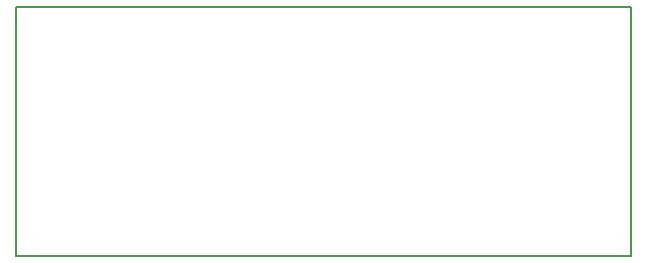
<source format=gbr>
G04 DipTrace 2.4.0.2*
%INBoardOutline.gbr*%
%MOIN*%
%ADD11C,0.0055*%
%FSLAX44Y44*%
G04*
G70*
G90*
G75*
G01*
%LNBoardOutline*%
%LPD*%
X3940Y12240D2*
D11*
Y3940D1*
X24440D1*
Y12240D1*
X3940D1*
M02*

</source>
